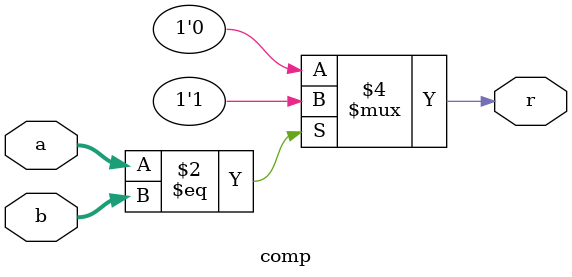
<source format=v>
`timescale 1ns / 1ps

module DHS(
input MA,
input MB,
input RW,
input [2:0]AA,
input [2:0]BA,
input [2:0]DA,
output DHS_O,DHS_I
);

wire hb1,hb2,ha1,ha2,da,ca,ha,hb;


comp CB(.a(DA),.b(BA),.r(hb1));
not(hb2,MB);
comp CA(.a(DA),.b(AA),.r(ha1)); 
not(ha2,MA);
or(da,DA[2],DA[1],DA[0]);
and(hb,hb1,hb2,RW,da);
and(ha,ha1,ha2,RW,da);

or(DHS_O,hb,ha);
not(DHS_I,DHS_O);
 

endmodule



module comp(
    input [2:0]a,
    input [2:0]b,
    output reg r
);

always@(a,b)
if(a==b)
    begin
        r <=1'b1;
    end    
else
    begin
        r <=1'b0;
    end        
endmodule
</source>
